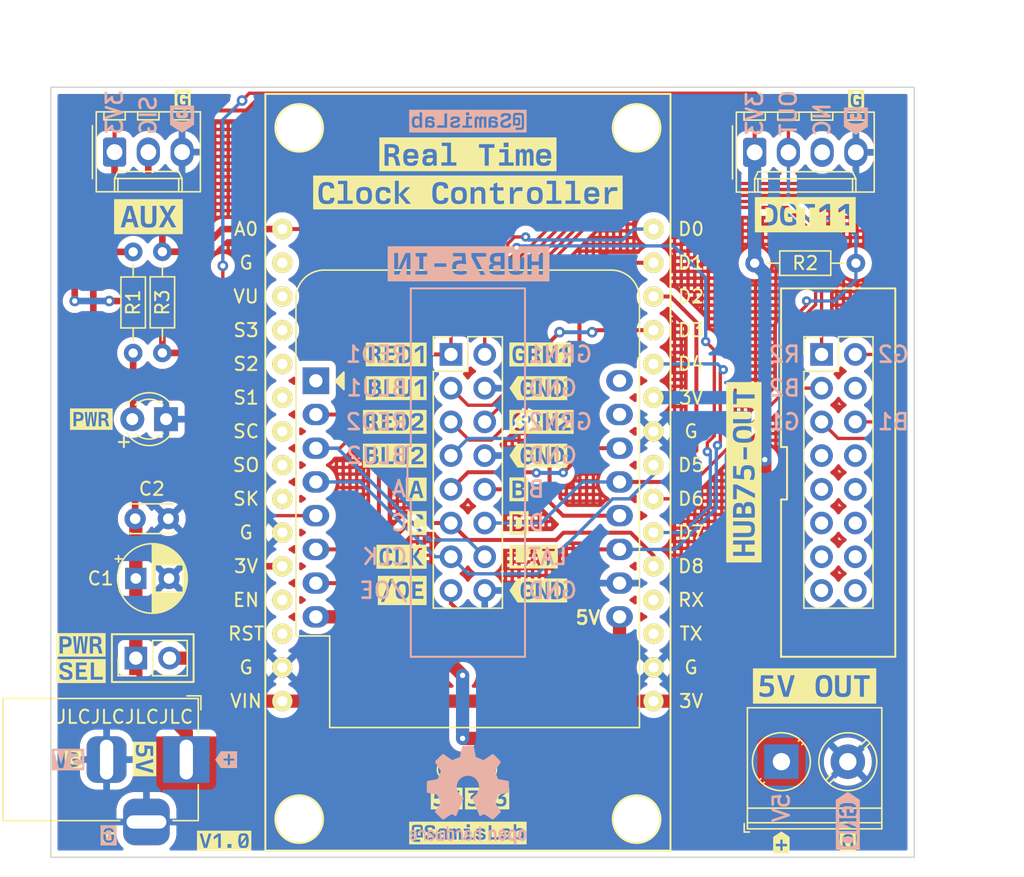
<source format=kicad_pcb>
(kicad_pcb (version 20211014) (generator pcbnew)
  (layers (0 "F.Cu" signal) (31 "B.Cu" power) (34 "B.Paste" user) (35 "F.Paste" user) (36 "B.SilkS" user "B.Silkscreen") (37 "F.SilkS" user "F.Silkscreen") (38 "B.Mask" user) (39 "F.Mask" user) (44 "Edge.Cuts" user))
  (net 0 "")
  (net 1 "+5V")
  (net 2 "GND")
  (net 3 "Net-(D1-Pad2)")
  (net 4 "/RED1")
  (net 5 "/GREEN1")
  (net 6 "/BLUE1")
  (net 7 "/RED2")
  (net 8 "/GREEN2")
  (net 9 "/BLUE2")
  (net 10 "/A")
  (net 11 "/B")
  (net 12 "/C")
  (net 13 "/D")
  (net 14 "/CLK")
  (net 15 "/LATCH")
  (net 16 "/OE")
  (net 28 "+3V3")
  (net 29 "/SIG")
  (net 30 "VCC")
  (net 31 "/DHT_IO")
  (footprint "ESP8266:NodeMCU-LoLinV3" (layer "F.Cu") (at 61 143)
    (fp_text reference "U1")
    (fp_text value "NodeMCU_1.0_(ESP-12E)")
    (fp_text user "S2" (at -16.7 -10.16) (layer "F.SilkS"))
    (fp_text user "D2" (at 16.8 -15.24) (layer "F.SilkS"))
    (fp_text user "D4" (at 16.8 -10.16) (layer "F.SilkS"))
    (fp_text user "G" (at -16.7 2.54) (layer "F.SilkS"))
    (fp_text user "D0" (at 16.8 -20.32) (layer "F.SilkS"))
    (fp_text user "S1" (at -16.7 -7.62) (layer "F.SilkS"))
    (fp_text user "RX" (at 16.8 7.62) (layer "F.SilkS"))
    (fp_text user "VIN" (at -16.7 15.24) (layer "F.SilkS"))
    (fp_text user "D5" (at 16.8 -2.54) (layer "F.SilkS"))
    (fp_text user "D1" (at 16.8 -17.78) (layer "F.SilkS"))
    (fp_text user "G" (at -16.7 -17.78) (layer "F.SilkS"))
    (fp_text user "G" (at -16.7 12.7) (layer "F.SilkS"))
    (fp_text user "A0" (at -16.7 -20.32) (layer "F.SilkS"))
    (fp_text user "SK" (at -16.7 0) (layer "F.SilkS"))
    (fp_text user "TX" (at 16.8 10.16) (layer "F.SilkS"))
    (fp_text user "3V" (at -16.7 5.08) (layer "F.SilkS"))
    (fp_text user "D3" (at 16.8 -12.7) (layer "F.SilkS"))
    (fp_text user "D7" (at 16.8 2.54) (layer "F.SilkS"))
    (fp_text user "3V" (at 16.8 -7.62) (layer "F.SilkS"))
    (fp_text user "SO" (at -16.7 -2.54) (layer "F.SilkS"))
    (fp_text user "G" (at 16.8 -5.08) (layer "F.SilkS"))
    (fp_text user "D6" (at 16.8 0) (layer "F.SilkS"))
    (fp_text user "EN" (at -16.7 7.62) (layer "F.SilkS"))
    (fp_text user "3V" (at 16.8 15.24) (layer "F.SilkS"))
    (fp_text user "SC" (at -16.7 -5.08) (layer "F.SilkS"))
    (fp_text user "RST" (at -16.7 10.16) (layer "F.SilkS"))
    (fp_text user "D8" (at 16.8 5.08) (layer "F.SilkS"))
    (fp_text user "G" (at 16.8 12.7) (layer "F.SilkS"))
    (fp_text user "VU" (at -16.7 -15.24) (layer "F.SilkS"))
    (fp_text user "S3" (at -16.7 -12.7) (layer "F.SilkS"))
    (pad "1" thru_hole circle locked (at -13.97 -20.32) (size 1.524 1.524) (drill 0.762) (layers *.Cu *.Mask "F.SilkS") (net 29 "/SIG"))
    (pad "2" thru_hole circle locked (at -13.97 -17.78) (size 1.524 1.524) (drill 0.762) (layers *.Cu *.Mask "F.SilkS"))
    (pad "3" thru_hole circle locked (at -13.97 -15.24) (size 1.524 1.524) (drill 0.762) (layers *.Cu *.Mask "F.SilkS"))
    (pad "4" thru_hole circle locked (at -13.97 -12.7) (size 1.524 1.524) (drill 0.762) (layers *.Cu *.Mask "F.SilkS"))
    (pad "5" thru_hole circle locked (at -13.97 -10.16) (size 1.524 1.524) (drill 0.762) (layers *.Cu *.Mask "F.SilkS"))
    (pad "6" thru_hole circle locked (at -13.97 -7.62) (size 1.524 1.524) (drill 0.762) (layers *.Cu *.Mask "F.SilkS"))
    (pad "7" thru_hole circle locked (at -13.97 -5.08) (size 1.524 1.524) (drill 0.762) (layers *.Cu *.Mask "F.SilkS"))
    (pad "8" thru_hole circle locked (at -13.97 -2.54) (size 1.524 1.524) (drill 0.762) (layers *.Cu *.Mask "F.SilkS"))
    (pad "9" thru_hole circle locked (at -13.97 0) (size 1.524 1.524) (drill 0.762) (layers *.Cu *.Mask "F.SilkS"))
    (pad "10" thru_hole circle locked (at -13.97 2.54) (size 1.524 1.524) (drill 0.762) (layers *.Cu *.Mask "F.SilkS") (net 2 "GND"))
    (pad "11" thru_hole circle locked (at -13.97 5.08) (size 1.524 1.524) (drill 0.762) (layers *.Cu *.Mask "F.SilkS") (net 28 "+3V3"))
    (pad "12" thru_hole circle locked (at -13.97 7.62) (size 1.524 1.524) (drill 0.762) (layers *.Cu *.Mask "F.SilkS"))
    (pad "13" thru_hole circle locked (at -13.97 10.16) (size 1.524 1.524) (drill 0.762) (layers *.Cu *.Mask "F.SilkS"))
    (pad "14" thru_hole circle locked (at -13.97 12.7) (size 1.524 1.524) (drill 0.762) (layers *.Cu *.Mask "F.SilkS") (net 2 "GND"))
    (pad "15" thru_hole circle locked (at -13.97 15.24) (size 1.524 1.524) (drill 0.762) (layers *.Cu *.Mask "F.SilkS") (net 30 "VCC"))
    (pad "16" thru_hole circle locked (at 13.97 15.24) (size 1.524 1.524) (drill 0.762) (layers *.Cu *.Mask "F.SilkS") (net 28 "+3V3"))
    (pad "17" thru_hole circle locked (at 13.97 12.7) (size 1.524 1.524) (drill 0.762) (layers *.Cu *.Mask "F.SilkS") (net 2 "GND"))
    (pad "18" thru_hole circle locked (at 13.97 10.16) (size 1.524 1.524) (drill 0.762) (layers *.Cu *.Mask "F.SilkS"))
    (pad "19" thru_hole circle locked (at 13.97 7.62) (size 1.524 1.524) (drill 0.762) (layers *.Cu *.Mask "F.SilkS"))
    (pad "20" thru_hole circle locked (at 13.97 5.08) (size 1.524 1.524) (drill 0.762) (layers *.Cu *.Mask "F.SilkS") (net 12 "/C"))
    (pad "21" thru_hole circle locked (at 13.97 2.54) (size 1.524 1.524) (drill 0.762) (layers *.Cu *.Mask "F.SilkS") (net 4 "/RED1"))
    (pad "22" thru_hole circle locked (at 13.97 0) (size 1.524 1.524) (drill 0.762) (layers *.Cu *.Mask "F.SilkS") (net 31 "/DHT_IO"))
    (pad "23" thru_hole circle locked (at 13.97 -2.54) (size 1.524 1.524) (drill 0.762) (layers *.Cu *.Mask "F.SilkS") (net 14 "/CLK"))
    (pad "24" thru_hole circle locked (at 13.97 -5.08) (size 1.524 1.524) (drill 0.762) (layers *.Cu *.Mask "F.SilkS") (net 2 "GND"))
    (pad "25" thru_hole circle locked (at 13.97 -7.62) (size 1.524 1.524) (drill 0.762) (layers *.Cu *.Mask "F.SilkS") (net 28 "+3V3"))
    (pad "26" thru_hole circle locked (at 13.97 -10.16) (size 1.524 1.524) (drill 0.762) (layers *.Cu *.Mask "F.SilkS") (net 16 "/OE"))
    (pad "27" thru_hole circle locked (at 13.97 -12.7) (size 1.524 1.524) (drill 0.762) (layers *.Cu *.Mask "F.SilkS") (net 11 "/B"))
    (pad "28" thru_hole circle locked (at 13.97 -15.24) (size 1.524 1.524) (drill 0.762) (layers *.Cu *.Mask "F.SilkS") (net 13 "/D"))
    (pad "29" thru_hole circle locked (at 13.97 -17.78) (size 1.524 1.524) (drill 0.762) (layers *.Cu *.Mask "F.SilkS") (net 10 "/A"))
    (pad "30" thru_hole circle locked (at 13.97 -20.32) (size 1.524 1.524) (drill 0.762) (layers *.Cu *.Mask "F.SilkS") (net 15 "/LATCH"))
  )
  (footprint "kibuzzard-6514EFEE" (layer "F.Cu") (at 31.25 162.6425)
    (fp_text reference "kibuzzard-6514EFEE" hide)
    (fp_text value "G***" hide)
  )
  (footprint "kibuzzard-67C66B4C" (layer "F.Cu") (at 56.001955 147.365)
    (fp_text reference "kibuzzard-67C66B4C" hide)
    (fp_text value "G***" hide)
  )
  (footprint "kibuzzard-67C66B36" (layer "F.Cu") (at 57.111618 142.285)
    (fp_text reference "kibuzzard-67C66B36" hide)
    (fp_text value "G***" hide)
  )
  (footprint "Connector_Molex:Molex_KK-254_AE-6410-04A_1x04_P2.54mm_Vertical" (layer "F.Cu") (at 82.5875 116.9025)
    (fp_text reference "U3")
    (fp_text value "DHT11")
    (pad "1" thru_hole roundrect (at 0 0) (size 1.74 2.19) (drill 1.19) (layers *.Cu *.Mask) (roundrect_rratio 0.1436781609) (net 28 "+3V3"))
    (pad "2" thru_hole oval (at 2.54 0) (size 1.74 2.19) (drill 1.19) (layers *.Cu *.Mask) (net 31 "/DHT_IO"))
    (pad "3" thru_hole oval (at 5.08 0) (size 1.74 2.19) (drill 1.19) (layers *.Cu *.Mask))
    (pad "4" thru_hole oval (at 7.62 0) (size 1.74 2.19) (drill 1.19) (layers *.Cu *.Mask) (net 2 "GND"))
  )
  (footprint "kibuzzard-67C66B74" (layer "F.Cu") (at 56.054343 149.905)
    (fp_text reference "kibuzzard-67C66B74" hide)
    (fp_text value "G***" hide)
  )
  (footprint "Module:WEMOS_D1_mini_light" (layer "F.Cu") (at 49.555 134.11)
    (fp_text reference "U2")
    (fp_text value "WeMos_D1_mini")
    (pad "1" thru_hole rect locked (at 0 0) (size 2 2) (drill 1) (layers *.Cu *.Mask))
    (pad "2" thru_hole oval locked (at 0 2.54) (size 2 1.6) (drill 1) (layers *.Cu *.Mask) (net 29 "/SIG"))
    (pad "3" thru_hole oval locked (at 0 5.08) (size 2 1.6) (drill 1) (layers *.Cu *.Mask) (net 15 "/LATCH"))
    (pad "4" thru_hole oval locked (at 0 7.62) (size 2 1.6) (drill 1) (layers *.Cu *.Mask) (net 14 "/CLK"))
    (pad "5" thru_hole oval locked (at 0 10.16) (size 2 1.6) (drill 1) (layers *.Cu *.Mask) (net 31 "/DHT_IO"))
    (pad "6" thru_hole oval locked (at 0 12.7) (size 2 1.6) (drill 1) (layers *.Cu *.Mask) (net 4 "/RED1"))
    (pad "7" thru_hole oval locked (at 0 15.24) (size 2 1.6) (drill 1) (layers *.Cu *.Mask) (net 12 "/C"))
    (pad "8" thru_hole oval locked (at 0 17.78) (size 2 1.6) (drill 1) (layers *.Cu *.Mask) (net 28 "+3V3"))
    (pad "9" thru_hole oval locked (at 22.86 17.78) (size 2 1.6) (drill 1) (layers *.Cu *.Mask) (net 30 "VCC"))
    (pad "10" thru_hole oval locked (at 22.86 15.24) (size 2 1.6) (drill 1) (layers *.Cu *.Mask) (net 2 "GND"))
    (pad "11" thru_hole oval locked (at 22.86 12.7) (size 2 1.6) (drill 1) (layers *.Cu *.Mask) (net 16 "/OE"))
    (pad "12" thru_hole oval locked (at 22.86 10.16) (size 2 1.6) (drill 1) (layers *.Cu *.Mask) (net 11 "/B"))
    (pad "13" thru_hole oval locked (at 22.86 7.62) (size 2 1.6) (drill 1) (layers *.Cu *.Mask) (net 13 "/D"))
    (pad "14" thru_hole oval locked (at 22.86 5.08) (size 2 1.6) (drill 1) (layers *.Cu *.Mask) (net 10 "/A"))
    (pad "15" thru_hole oval locked (at 22.86 2.54) (size 2 1.6) (drill 1) (layers *.Cu *.Mask))
    (pad "16" thru_hole oval locked (at 22.86 0) (size 2 1.6) (drill 1) (layers *.Cu *.Mask))
  )
  (footprint "Connector_Molex:Molex_KK-254_AE-6410-03A_1x03_P2.54mm_Vertical" (layer "F.Cu") (at 34.4 116.8825)
    (fp_text reference "J5")
    (fp_text value "AUX")
    (pad "1" thru_hole roundrect (at 0 0) (size 1.74 2.19) (drill 1.19) (layers *.Cu *.Mask) (roundrect_rratio 0.1436781609) (net 28 "+3V3"))
    (pad "2" thru_hole oval (at 2.54 0) (size 1.74 2.19) (drill 1.19) (layers *.Cu *.Mask) (net 29 "/SIG"))
    (pad "3" thru_hole oval (at 5.08 0) (size 1.74 2.19) (drill 1.19) (layers *.Cu *.Mask) (net 2 "GND"))
  )
  (footprint "kibuzzard-67C66FDB" (layer "F.Cu") (at 66.3 139.745)
    (fp_text reference "kibuzzard-67C66FDB" hide)
    (fp_text value "G***" hide)
  )
  (footprint "kibuzzard-67C642C7" (layer "F.Cu") (at 59.4 165.575)
    (fp_text reference "kibuzzard-67C642C7" hide)
    (fp_text value "G***" hide)
  )
  (footprint "MountingHole:MountingHole_2.5mm" (layer "F.Cu") (at 48.3 115.05)
    (fp_text reference "H3")
    (fp_text value "MountingHole")
    (pad "" np_thru_hole circle (at 0 0) (size 2.5 2.5) (drill 2.5) (layers *.Cu *.Mask))
  )
  (footprint "Connector_BarrelJack:BarrelJack_Horizontal" (layer "F.Cu") (at 39.8 162.6425)
    (fp_text reference "J1")
    (fp_text value "DC_Jack")
    (pad "1" thru_hole rect (at 0 0) (size 3.5 3.5) (drill oval 1 3) (layers *.Cu *.Mask) (net 1 "+5V"))
    (pad "2" thru_hole roundrect (at -6 0) (size 3 3.5) (drill oval 1 3) (layers *.Cu *.Mask) (net 2 "GND"))
    (pad "3" thru_hole roundrect (at -3 4.7) (size 3.5 3.5) (drill oval 3 1) (layers *.Cu *.Mask) (net 2 "GND"))
  )
  (footprint "kibuzzard-67C684FA" (layer "F.Cu") (at 31.875 154)
    (fp_text reference "kibuzzard-67C684FA" hide)
    (fp_text value "G***" hide)
  )
  (footprint "TestPoint:TestPoint_Pad_D1.0mm" (layer "F.Cu") (at 62.45 163.4)
    (fp_text reference "TP2")
    (fp_text value "+3v3")
    (pad "1" smd circle (at 0 0) (size 1 1) (layers "F.Cu" "F.Mask") (net 28 "+3V3"))
  )
  (footprint "kibuzzard-67C66FDB" (layer "F.Cu") (at 66.3 134.665)
    (fp_text reference "kibuzzard-67C66FDB" hide)
    (fp_text value "G***" hide)
  )
  (footprint "kibuzzard-67C685CE" (layer "F.Cu") (at 31.875 155.975)
    (fp_text reference "kibuzzard-67C685CE" hide)
    (fp_text value "G***" hide)
  )
  (footprint "kibuzzard-67C66F98" (layer "F.Cu") (at 66.543522 137.205)
    (fp_text reference "kibuzzard-67C66F98" hide)
    (fp_text value "G***" hide)
  )
  (footprint "kibuzzard-67C67223" (layer "F.Cu") (at 39.525 112.925)
    (fp_text reference "kibuzzard-67C67223" hide)
    (fp_text value "G***" hide)
  )
  (footprint "MountingHole:MountingHole_2.5mm" (layer "F.Cu") (at 73.7 167.15)
    (fp_text reference "H2")
    (fp_text value "MountingHole")
    (pad "" np_thru_hole circle (at 0 0) (size 2.5 2.5) (drill 2.5) (layers *.Cu *.Mask))
  )
  (footprint "kibuzzard-67C67223" (layer "F.Cu") (at 90.225 112.95)
    (fp_text reference "kibuzzard-67C67223" hide)
    (fp_text value "G***" hide)
  )
  (footprint "kibuzzard-6514EFEE" (layer "F.Cu") (at 89.6 168.80859)
    (fp_text reference "kibuzzard-6514EFEE" hide)
    (fp_text value "G***" hide)
  )
  (footprint "kibuzzard-67C66B28" (layer "F.Cu") (at 55.492368 139.745)
    (fp_text reference "kibuzzard-67C66B28" hide)
    (fp_text value "G***" hide)
  )
  (footprint "kibuzzard-67C67309" (layer "F.Cu") (at 61 168.175)
    (fp_text reference "kibuzzard-67C67309" hide)
    (fp_text value "G***" hide)
  )
  (footprint "kibuzzard-6514EA0E" (layer "F.Cu") (at 84.6 168.875 -90)
    (fp_text reference "kibuzzard-6514EA0E" hide)
    (fp_text value "G***" hide)
  )
  (footprint "TerminalBlock_Phoenix:TerminalBlock_Phoenix_PT-1,5-2-5.0-H_1x02_P5.00mm_Horizontal" (layer "F.Cu") (at 84.6 162.8)
    (fp_text reference "J2")
    (fp_text value "5V_Out")
    (pad "1" thru_hole rect (at 0 0) (size 2.6 2.6) (drill 1.3) (layers *.Cu *.Mask) (net 1 "+5V"))
    (pad "2" thru_hole circle (at 5 0) (size 2.6 2.6) (drill 1.3) (layers *.Cu *.Mask) (net 2 "GND"))
  )
  (footprint "MountingHole:MountingHole_2.5mm" (layer "F.Cu") (at 48.3 167.15)
    (fp_text reference "H1")
    (fp_text value "MountingHole")
    (pad "" np_thru_hole circle (at 0 0) (size 2.5 2.5) (drill 2.5) (layers *.Cu *.Mask))
  )
  (footprint "kibuzzard-6514EA0E" (layer "F.Cu") (at 42.8 162.65)
    (fp_text reference "kibuzzard-6514EA0E" hide)
    (fp_text value "G***" hide)
  )
  (footprint "kibuzzard-67C66FBF" (layer "F.Cu") (at 64.845215 144.825)
    (fp_text reference "kibuzzard-67C66FBF" hide)
    (fp_text value "G***" hide)
  )
  (footprint "kibuzzard-67C64864" (layer "F.Cu") (at 32.65 137)
    (fp_text reference "kibuzzard-67C64864" hide)
    (fp_text value "G***" hide)
  )
  (footprint "Capacitor_THT:C_Disc_D3.0mm_W2.0mm_P2.50mm" (layer "F.Cu") (at 35.95 144.5)
    (fp_text reference "C2" (at 1.25 -2.25 180) (layer "F.SilkS"))
    (fp_text value "100nF")
    (pad "1" thru_hole circle (at 0 0) (size 1.6 1.6) (drill 0.8) (layers *.Cu *.Mask) (net 1 "+5V"))
    (pad "2" thru_hole circle (at 2.5 0) (size 1.6 1.6) (drill 0.8) (layers *.Cu *.Mask) (net 2 "GND"))
  )
  (footprint "kibuzzard-67C66B15" (layer "F.Cu") (at 55.495225 137.205)
    (fp_text reference "kibuzzard-67C66B15" hide)
    (fp_text value "G***" hide)
  )
  (footprint "kibuzzard-67C66AAA" (layer "F.Cu") (at 55.6 132.125)
    (fp_text reference "kibuzzard-67C66AAA" hide)
    (fp_text value "G***" hide)
  )
  (footprint "kibuzzard-67C66FC9" (layer "F.Cu") (at 65.945352 147.365)
    (fp_text reference "kibuzzard-67C66FC9" hide)
    (fp_text value "G***" hide)
  )
  (footprint "Capacitor_THT:CP_Radial_D5.0mm_P2.50mm" (layer "F.Cu") (at 36 149)
    (fp_text reference "C1" (at -2.65 0 180) (layer "F.SilkS"))
    (fp_text value "10uF")
    (pad "1" thru_hole rect (at 0 0) (size 1.6 1.6) (drill 0.8) (layers *.Cu *.Mask) (net 1 "+5V"))
    (pad "2" thru_hole circle (at 2.5 0) (size 1.6 1.6) (drill 0.8) (layers *.Cu *.Mask) (net 2 "GND"))
  )
  (footprint "kibuzzard-67C66FB5" (layer "F.Cu") (at 64.83188 142.285)
    (fp_text reference "kibuzzard-67C66FB5" hide)
    (fp_text value "G***" hide)
  )
  (footprint "kibuzzard-67C67064" (layer "F.Cu") (at 81.775 141 90)
    (fp_text reference "kibuzzard-67C67064" hide)
    (fp_text value "G***" hide)
  )
  (footprint "kibuzzard-67C66F80" (layer "F.Cu") (at 66.438747 132.125)
    (fp_text reference "kibuzzard-67C66F80" hide)
    (fp_text value "G***" hide)
  )
  (footprint "kibuzzard-67C67BB4" (layer "F.Cu") (at 61 119.925)
    (fp_text reference "kibuzzard-67C67BB4" hide)
    (fp_text value "G***" hide)
  )
  (footprint "kibuzzard-67C643A6" (layer "F.Cu") (at 87.1 157.1)
    (fp_text reference "kibuzzard-67C643A6" hide)
    (fp_text value "G***" hide)
  )
  (footprint "kibuzzard-67C66B42" (layer "F.Cu") (at 57.168768 144.825)
    (fp_text reference "kibuzzard-67C66B42" hide)
    (fp_text value "G***" hide)
  )
  (footprint "Connector_PinHeader_2.54mm:PinHeader_2x08_P2.54mm_Vertical" (layer "F.Cu") (at 59.725 132.125)
    (fp_text reference "J3")
    (fp_text value "Input")
    (pad "1" thru_hole rect locked (at 0 0) (size 1.7 1.7) (drill 1) (layers *.Cu *.Mask) (net 4 "/RED1"))
    (pad "2" thru_hole oval locked (at 2.54 0) (size 1.7 1.7) (drill 1) (layers *.Cu *.Mask) (net 5 "/GREEN1"))
    (pad "3" thru_hole oval locked (at 0 2.54) (size 1.7 1.7) (drill 1) (layers *.Cu *.Mask) (net 6 "/BLUE1"))
    (pad "4" thru_hole oval locked (at 2.54 2.54) (size 1.7 1.7) (drill 1) (layers *.Cu *.Mask) (net 2 "GND"))
    (pad "5" thru_hole oval locked (at 0 5.08) (size 1.7 1.7) (drill 1) (layers *.Cu *.Mask) (net 7 "/RED2"))
    (pad "6" thru_hole oval locked (at 2.54 5.08) (size 1.7 1.7) (drill 1) (layers *.Cu *.Mask) (net 8 "/GREEN2"))
    (pad "7" thru_hole oval locked (at 0 7.62) (size 1.7 1.7) (drill 1) (layers *.Cu *.Mask) (net 9 "/BLUE2"))
    (pad "8" thru_hole oval locked (at 2.54 7.62) (size 1.7 1.7) (drill 1) (layers *.Cu *.Mask) (net 2 "GND"))
    (pad "9" thru_hole oval locked (at 0 10.16) (size 1.7 1.7) (drill 1) (layers *.Cu *.Mask) (net 10 "/A"))
    (pad "10" thru_hole oval locked (at 2.54 10.16) (size 1.7 1.7) (drill 1) (layers *.Cu *.Mask) (net 11 "/B"))
    (pad "11" thru_hole oval locked (at 0 12.7) (size 1.7 1.7) (drill 1) (layers *.Cu *.Mask) (net 12 "/C"))
    (pad "12" thru_hole oval locked (at 2.54 12.7) (size 1.7 1.7) (drill 1) (layers *.Cu *.Mask) (net 13 "/D"))
    (pad "13" thru_hole oval locked (at 0 15.24) (size 1.7 1.7) (drill 1) (layers *.Cu *.Mask) (net 14 "/CLK"))
    (pad "14" thru_hole oval locked (at 2.54 15.24) (size 1.7 1.7) (drill 1) (layers *.Cu *.Mask) (net 15 "/LATCH"))
    (pad "15" thru_hole oval locked (at 0 17.78) (size 1.7 1.7) (drill 1) (layers *.Cu *.Mask) (net 16 "/OE"))
    (pad "16" thru_hole oval locked (at 2.54 17.78) (size 1.7 1.7) (drill 1) (layers *.Cu *.Mask) (net 2 "GND"))
  )
  (footprint "kibuzzard-6514EFEE" (layer "F.Cu") (at 33.95 168.35)
    (fp_text reference "kibuzzard-6514EFEE" hide)
    (fp_text value "G***" hide)
  )
  (footprint "Connector_PinHeader_2.54mm:PinHeader_1x02_P2.54mm_Vertical" (layer "F.Cu") (at 36 155 90)
    (fp_text reference "JP1")
    (fp_text value "USB_PWR")
    (pad "1" thru_hole rect (at 0 0 90) (size 1.7 1.7) (drill 1) (layers *.Cu *.Mask) (net 1 "+5V"))
    (pad "2" thru_hole oval (at 0 2.54 90) (size 1.7 1.7) (drill 1) (layers *.Cu *.Mask) (net 30 "VCC"))
  )
  (footprint "TestPoint:TestPoint_Pad_D1.0mm" (layer "F.Cu") (at 59.4 163.4)
    (fp_text reference "TP1")
    (fp_text value "+5v")
    (pad "1" smd circle (at 0 0) (size 1 1) (layers "F.Cu" "F.Mask") (net 1 "+5V"))
  )
  (footprint "kibuzzard-67C66FDB" (layer "F.Cu") (at 66.3 149.905)
    (fp_text reference "kibuzzard-67C66FDB" hide)
    (fp_text value "G***" hide)
  )
  (footprint "kibuzzard-67C67BA5" (layer "F.Cu") (at 61 117.05)
    (fp_text reference "kibuzzard-67C67BA5" hide)
    (fp_text value "G***" hide)
  )
  (footprint "Resistor_THT:R_Axial_DIN0204_L3.6mm_D1.6mm_P7.62mm_Horizontal" (layer "F.Cu") (at 82.5875 125.25)
    (fp_text reference "R2" (at 3.81 0) (layer "F.SilkS"))
    (fp_text value "10K")
    (pad "1" thru_hole circle (at 0 0) (size 1.4 1.4) (drill 0.7) (layers *.Cu *.Mask) (net 28 "+3V3"))
    (pad "2" thru_hole oval (at 7.62 0) (size 1.4 1.4) (drill 0.7) (layers *.Cu *.Mask) (net 31 "/DHT_IO"))
  )
  (footprint "kibuzzard-67C6470C" (layer "F.Cu") (at 86.3975 121.6)
    (fp_text reference "kibuzzard-67C6470C" hide)
    (fp_text value "G***" hide)
  )
  (footprint "MountingHole:MountingHole_2.5mm" (layer "F.Cu") (at 73.7 115.05)
    (fp_text reference "H4")
    (fp_text value "MountingHole")
    (pad "" np_thru_hole circle (at 0 0) (size 2.5 2.5) (drill 2.5) (layers *.Cu *.Mask))
  )
  (footprint "Resistor_THT:R_Axial_DIN0204_L3.6mm_D1.6mm_P7.62mm_Horizontal" (layer "F.Cu") (at 38 132.01 90)
    (fp_text reference "R3" (at 3.8 0 90) (layer "F.SilkS"))
    (fp_text value "4k7")
    (pad "1" thru_hole circle (at 0 0 90) (size 1.4 1.4) (drill 0.7) (layers *.Cu *.Mask) (net 28 "+3V3"))
    (pad "2" thru_hole oval (at 7.62 0 90) (size 1.4 1.4) (drill 0.7) (layers *.Cu *.Mask) (net 29 "/SIG"))
  )
  (footprint "LED_THT:LED_D3.0mm" (layer "F.Cu") (at 38.275 137 180)
    (fp_text reference "D1")
    (fp_text value "LED_Small")
    (pad "1" thru_hole rect (at 0 0 180) (size 1.8 1.8) (drill 0.9) (layers *.Cu *.Mask) (net 2 "GND"))
    (pad "2" thru_hole circle (at 2.54 0 180) (size 1.8 1.8) (drill 0.9) (layers *.Cu *.Mask) (net 3 "Net-(D1-Pad2)"))
  )
  (footprint "Resistor_THT:R_Axial_DIN0204_L3.6mm_D1.6mm_P7.62mm_Horizontal" (layer "F.Cu") (at 35.8 124.4 -90)
    (fp_text reference "R1" (at 3.81 0 90) (layer "F.SilkS"))
    (fp_text value "R_Small")
    (pad "1" thru_hole circle (at 0 0 270) (size 1.4 1.4) (drill 0.7) (layers *.Cu *.Mask) (net 1 "+5V"))
    (pad "2" thru_hole oval (at 7.62 0 270) (size 1.4 1.4) (drill 0.7) (layers *.Cu *.Mask) (net 3 "Net-(D1-Pad2)"))
  )
  (footprint "Connector_PinHeader_2.54mm:PinHeader_2x08_P2.54mm_Vertical" (layer "F.Cu") (at 87.625 132.125)
    (fp_text reference "J4")
    (fp_text value "Output")
    (pad "1" thru_hole rect (at 0 0) (size 1.7 1.7) (drill 1) (layers *.Cu *.Mask) (net 7 "/RED2"))
    (pad "2" thru_hole oval (at 2.54 0) (size 1.7 1.7) (drill 1) (layers *.Cu *.Mask) (net 8 "/GREEN2"))
    (pad "3" thru_hole oval (at 0 2.54) (size 1.7 1.7) (drill 1) (layers *.Cu *.Mask) (net 9 "/BLUE2"))
    (pad "4" thru_hole oval (at 2.54 2.54) (size 1.7 1.7) (drill 1) (layers *.Cu *.Mask))
    (pad "5" thru_hole oval (at 0 5.08) (size 1.7 1.7) (drill 1) (layers *.Cu *.Mask) (net 5 "/GREEN1"))
    (pad "6" thru_hole oval (at 2.54 5.08) (size 1.7 1.7) (drill 1) (layers *.Cu *.Mask) (net 6 "/BLUE1"))
    (pad "7" thru_hole oval (at 0 7.62) (size 1.7 1.7) (drill 1) (layers *.Cu *.Mask))
    (pad "8" thru_hole oval (at 2.54 7.62) (size 1.7 1.7) (drill 1) (layers *.Cu *.Mask))
    (pad "9" thru_hole oval (at 0 10.16) (size 1.7 1.7) (drill 1) (layers *.Cu *.Mask))
    (pad "10" thru_hole oval (at 2.54 10.16) (size 1.7 1.7) (drill 1) (layers *.Cu *.Mask))
    (pad "11" thru_hole oval (at 0 12.7) (size 1.7 1.7) (drill 1) (layers *.Cu *.Mask))
    (pad "12" thru_hole oval (at 2.54 12.7) (size 1.7 1.7) (drill 1) (layers *.Cu *.Mask))
    (pad "13" thru_hole oval (at 0 15.24) (size 1.7 1.7) (drill 1) (layers *.Cu *.Mask))
    (pad "14" thru_hole oval (at 2.54 15.24) (size 1.7 1.7) (drill 1) (layers *.Cu *.Mask))
    (pad "15" thru_hole oval (at 0 17.78) (size 1.7 1.7) (drill 1) (layers *.Cu *.Mask))
    (pad "16" thru_hole oval (at 2.54 17.78) (size 1.7 1.7) (drill 1) (layers *.Cu *.Mask))
  )
  (footprint "kibuzzard-67C648F1" (layer "F.Cu") (at 36.65 162.6 -90)
    (fp_text reference "kibuzzard-67C648F1" hide)
    (fp_text value "G***" hide)
  )
  (footprint "kibuzzard-67C6473C" (layer "F.Cu") (at 62.45 165.575)
    (fp_text reference "kibuzzard-67C6473C" hide)
    (fp_text value "G***" hide)
  )
  (footprint "kibuzzard-67C67345" (layer "F.Cu") (at 42.65 168.75)
    (fp_text reference "kibuzzard-67C67345" hide)
    (fp_text value "G***" hide)
  )
  (footprint "kibuzzard-67C6480D" (layer "F.Cu") (at 36.95 121.75)
    (fp_text reference "kibuzzard-67C6480D" hide)
    (fp_text value "G***" hide)
  )
  (footprint "kibuzzard-67C66AFA" (layer "F.Cu") (at 55.597143 134.665)
    (fp_text reference "kibuzzard-67C66AFA" hide)
    (fp_text value "G***" hide)
  )
  (footprint "kibuzzard-6514EA0E" (layer "B.Cu") (at 42.8 162.6425)
    (fp_text reference "kibuzzard-6514EA0E" hide)
    (fp_text value "G***" hide)
  )
  (footprint "kibuzzard-67C644C4" (layer "B.Cu") (at 90.2075 114.55 90)
    (fp_text reference "kibuzzard-67C644C4" hide)
    (fp_text value "G***" hide)
  )
  (footprint "kibuzzard-67C67309" (layer "B.Cu") (at 61 114.55 180)
    (fp_text reference "kibuzzard-67C67309" hide)
    (fp_text value "G***" hide)
  )
  (footprint "kibuzzard-67C644C4" (layer "B.Cu") (at 39.48 114.4 90)
    (fp_text reference "kibuzzard-67C644C4" hide)
    (fp_text value "G***" hide)
  )
  (footprint "Symbol:OSHW-Logo2_9.8x8mm_SilkScreen" (layer "B.Cu") (at 61 165.325 180)
    (fp_text reference "REF**" hide)
    (fp_text value "OSHW-Logo2_9.8x8mm_SilkScreen" hide)
  )
  (footprint "kibuzzard-67C6875C" (layer "B.Cu") (at 30.9 162.6425 180)
    (fp_text reference "kibuzzard-67C6875C" hide)
    (fp_text value "G***" hide)
  )
  (footprint "kibuzzard-67C664FA" (layer "B.Cu") (at 61.05 125.3 180)
    (fp_text reference "kibuzzard-67C664FA" hide)
    (fp_text value "G***" hide)
  )
  (footprint "kibuzzard-651A1A52" (layer "B.Cu") (at 89.6 167.25 -90)
    (fp_text reference "kibuzzard-651A1A52" hide)
    (fp_text value "G***" hide)
  )
  (footprint "kibuzzard-6514EFEE" (layer "B.Cu") (at 33.95 168.35 180)
    (fp_text reference "kibuzzard-6514EFEE" hide)
    (fp_text value "G***" hide)
  )
  (gr_line (start 65.3 154.9) (end 65.3 127.15) (layer "B.SilkS") (width 0.15))
  (gr_line (start 56.7 154.9) (end 56.7 143) (layer "B.SilkS") (width 0.15))
  (gr_line (start 65.3 154.9) (end 56.7 154.9) (layer "B.SilkS") (width 0.15))
  (gr_line (start 56.7 139.05) (end 56.7 127.15) (layer "B.SilkS") (width 0.15))
  (gr_line (start 56.7 139.05) (end 56.45 139.05) (layer "B.SilkS") (width 0.15))
  (gr_line (start 56.45 143) (end 56.7 143) (layer "B.SilkS") (width 0.15))
  (gr_line (start 56.45 139.05) (end 56.45 143) (layer "B.SilkS") (width 0.15))
  (gr_line (start 56.7 127.15) (end 65.3 127.15) (layer "B.SilkS") (width 0.15))
  (gr_line (start 84.575 139.1) (end 84.575 127.15) (layer "F.SilkS") (width 0.15))
  (gr_line (start 85.025 139.1) (end 85.025 143.05) (layer "F.SilkS") (width 0.15))
  (gr_line (start 84.575 127.15) (end 93.175 127.15) (layer "F.SilkS") (width 0.15))
  (gr_line (start 85.025 139.1) (end 84.575 139.1) (layer "F.SilkS") (width 0.15))
  (gr_line (start 93.175 154.9) (end 93.175 127.15) (layer "F.SilkS") (width 0.15))
  (gr_line (start 84.575 143.05) (end 84.575 154.9) (layer "F.SilkS") (width 0.15))
  (gr_rect (start 34.2 153.2) (end 40.35 156.8) (layer "F.SilkS") (width 0.15) (fill none))
  (gr_line (start 85.025 143.05) (end 84.575 143.05) (layer "F.SilkS") (width 0.15))
  (gr_line (start 93.175 154.9) (end 84.575 154.9) (layer "F.SilkS") (width 0.15))
  (gr_rect (start 29.6 112) (end 94.6 170) (layer "Edge.Cuts") (width 0.1) (fill none))
  (gr_text "LAT" (at 67.007143 147.36) (layer "B.SilkS") (effects (font (size 1.2 1.2) (thickness 0.2)) (justify mirror)))
  (gr_text "RED2" (at 54.121429 137.2) (layer "B.SilkS") (effects (font (size 1.2 1.2) (thickness 0.2)) (justify mirror)))
  (gr_text "R2" (at 84.825 132.125) (layer "B.SilkS") (effects (font (size 1.2 1.2) (thickness 0.2)) (justify mirror)))
  (gr_text "C" (at 55.835715 144.82) (layer "B.SilkS") (effects (font (size 1.2 1.2) (thickness 0.2)) (justify mirror)))
  (gr_text "B2" (at 84.825 134.665) (layer "B.SilkS") (effects (font (size 1.2 1.2) (thickness 0.2)) (justify mirror)))
  (gr_text "SIG" (at 36.94 114.1 90) (layer "B.SilkS") (effects (font (size 1.2 1.2) (thickness 0.2)) (justify mirror)))
  (gr_text "NC" (at 87.6675 114.428572 90) (layer "B.SilkS") (effects (font (size 1.2 1.2) (thickness 0.2)) (justify mirror)))
  (gr_text "GND" (at 67.378571 149.9) (layer "B.SilkS") (effects (font (size 1.2 1.2) (thickness 0.2)) (justify mirror)))
  (gr_text "D" (at 66.15 144.82) (layer "B.SilkS") (effects (font (size 1.2 1.2) (thickness 0.2)) (justify mirror)))
  (gr_text "GND" (at 67.378571 139.74) (layer "B.SilkS") (effects (font (size 1.2 1.2) (thickness 0.2)) (justify mirror)))
  (gr_text "B1" (at 93.025 137.205) (layer "B.SilkS") (effects (font (size 1.2 1.2) (thickness 0.2)) (justify mirror)))
  (gr_text "GND" (at 67.378571 134.66) (layer "B.SilkS") (effects (font (size 1.2 1.2) (thickness 0.2)) (justify mirror)))
  (gr_text "CLK" (at 54.75 147.36) (layer "B.SilkS") (effects (font (size 1.2 1.2) (thickness 0.2)) (justify mirror)))
  (gr_text "GRN2" (at 67.95 137.2) (layer "B.SilkS") (effects (font (size 1.2 1.2) (thickness 0.2)) (justify mirror)))
  (gr_text "G1" (at 84.825 137.205) (layer "B.SilkS") (effects (font (size 1.2 1.2) (thickness 0.2)) (justify mirror)))
  (gr_text "BLU2" (at 54.15 139.74) (layer "B.SilkS") (effects (font (size 1.2 1.2) (thickness 0.2)) (justify mirror)))
  (gr_text "G2" (at 93.025 132.125) (layer "B.SilkS") (effects (font (size 1.2 1.2) (thickness 0.2)) (justify mirror)))
  (gr_text "BLU1" (at 54.15 134.66) (layer "B.SilkS") (effects (font (size 1.2 1.2) (thickness 0.2)) (justify mirror)))
  (gr_text "OUT" (at 85.1275 113.942858 90) (layer "B.SilkS") (effects (font (size 1.2 1.2) (thickness 0.2)) (justify mirror)))
  (gr_text "5V" (at 84.6 166.257982 90) (layer "B.SilkS") (effects (font (size 1.2 1.2) (thickness 0.2)) (justify mirror)))
  (gr_text "A" (at 55.8 142.25) (layer "B.SilkS") (effects (font (size 1.2 1.2) (thickness 0.2)) (justify mirror)))
  (gr_text "3V3" (at 34.4 113.9 90) (layer "B.SilkS") (effects (font (size 1.2 1.2) (thickness 0.2)) (justify mirror)))
  (gr_text "B" (at 66.15 142.28) (layer "B.SilkS") (effects (font (size 1.2 1.2) (thickness 0.2)) (justify mirror)))
  (gr_text "/OE" (at 54.635715 149.9) (layer "B.SilkS") (effects (font (size 1.2 1.2) (thickness 0.2)) (justify mirror)))
  (gr_text "RED1" (at 54.121429 132.12) (layer "B.SilkS") (effects (font (size 1.2 1.2) (thickness 0.2)) (justify mirror)))
  (gr_text "GRN1" (at 67.95 132.12) (layer "B.SilkS") (effects (font (size 1.2 1.2) (thickness 0.2)) (justify mirror)))
  (gr_text "3V3" (at 82.5875 114 90) (layer "B.SilkS") (effects (font (size 1.2 1.2) (thickness 0.2)) (justify mirror)))
  (gr_text "5V" (at 70.03 151.95) (layer "F.SilkS") (effects (font (size 1 1) (thickness 0.2))))
  (gr_text "+" (at 35.1 138.65) (layer "F.SilkS") (effects (font (size 1 1))))
  (gr_text "JLCJLCJLCJLC" (at 35.175 159.425) (layer "F.SilkS") (effects (font (size 1 1))))
  (segment (start 36 144.55) (end 35.95 144.5) (width 1) (layer "F.Cu") (net 1))
  (segment (start 39.8 160.6) (end 39.8 162.6425) (width 1) (layer "F.Cu") (net 1))
  (segment (start 35.95 144.5) (end 35.95 143.05) (width 0.5) (layer "F.Cu") (net 1))
  (segment (start 34.1 124.4) (end 35.8 124.4) (width 0.5) (layer "F.Cu") (net 1))
  (segment (start 36 156.8) (end 39.8 160.6) (width 1) (layer "F.Cu") (net 1))
  (segment (start 36 155) (end 36 156.8) (width 1) (layer "F.Cu") (net 1))
  (segment (start 32.8 125.7) (end 34.1 124.4) (width 0.5) (layer "F.Cu") (net 1))
  (segment (start 35.95 143.05) (end 32.8 139.9) (width 0.5) (layer "F.Cu") (net 1))
  (segment (start 36 149) (end 36 144.55) (width 1) (layer "F.Cu") (net 1))
  (segment (start 36 155) (end 36 149) (width 1) (layer "F.Cu") (net 1))
  (segment (start 32.8 139.9) (end 32.8 125.7) (width 0.5) (layer "F.Cu") (net 1))
  (segment (start 35.8 136.935) (end 35.735 137) (width 0.5) (layer "F.Cu") (net 3))
  (segment (start 35.8 132.02) (end 35.8 136.935) (width 0.5) (layer "F.Cu") (net 3))
  (segment (start 64.669503 124.386995) (end 59.725 129.331498) (width 0.25) (layer "F.Cu") (net 4))
  (segment (start 54.3 134.791854) (end 56.966854 132.125) (width 0.3) (layer "F.Cu") (net 4))
  (segment (start 56.966854 132.125) (end 59.725 132.125) (width 0.3) (layer "F.Cu") (net 4))
  (segment (start 79.55 131.8005) (end 78.8995 131.15) (width 0.25) (layer "F.Cu") (net 4))
  (segment (start 49.555 146.81) (end 52.34 146.81) (width 0.3) (layer "F.Cu") (net 4))
  (segment (start 64.669503 124.069503) (end 64.669503 124.386995) (width 0.25) (layer "F.Cu") (net 4))
  (segment (start 52.34 146.81) (end 54.3 144.85) (width 0.3) (layer "F.Cu") (net 4))
  (segment (start 54.3 144.85) (end 54.3 134.791854) (width 0.3) (layer "F.Cu") (net 4))
  (segment (start 79.0255 138.780662) (end 79.55 138.256162) (width 0.25) (layer "F.Cu") (net 4))
  (segment (start 59.725 129.331498) (end 59.725 132.125) (width 0.25) (layer "F.Cu") (net 4))
  (segment (start 79.0255 139.45) (end 79.0255 138.780662) (width 0.25) (layer "F.Cu") (net 4))
  (segment (start 79.55 138.256162) (end 79.55 131.8005) (width 0.25) (layer "F.Cu") (net 4))
  (via (at 79.0255 139.45) (size 0.7) (drill 0.3) (layers "F.Cu" "B.Cu") (net 4))
  (via (at 64.669503 124.069503) (size 0.7) (drill 0.3) (layers "F.Cu" "B.Cu") (net 4))
  (via (at 78.8995 131.15) (size 0.7) (drill 0.3) (layers "F.Cu" "B.Cu") (net 4))
  (segment (start 79.25 139.6745) (end 79.25 143.513604) (width 0.25) (layer "B.Cu") (net 4))
  (segment (start 64.789006 123.95) (end 76.5 123.95) (width 0.25) (layer "B.Cu") (net 4))
  (segment (start 78.9 131.1495) (end 78.8995 131.15) (width 0.25) (layer "B.Cu") (net 4))
  (segment (start 77.223604 145.54) (end 74.97 145.54) (width 0.25) (layer "B.Cu") (net 4))
  (segment (start 64.669503 124.069503) (end 64.789006 123.95) (width 0.25) (layer "B.Cu") (net 4))
  (segment (start 78.9 126.35) (end 78.9 131.1495) (width 0.25) (layer "B.Cu") (net 4))
  (segment (start 79.0255 139.45) (end 79.25 139.6745) (width 0.25) (layer "B.Cu") (net 4))
  (segment (start 76.5 123.95) (end 78.9 126.35) (width 0.25) (layer "B.Cu") (net 4))
  (segment (start 79.25 143.513604) (end 77.223604 145.54) (width 0.25) (layer "B.Cu") (net 4))
  (segment (start 62.265 132.125) (end 62.265 127.427894) (width 0.25) (layer "F.Cu") (net 5))
  (segment (start 93.475 122.016853) (end 93.475 136.146751) (width 0.25) (layer "F.Cu") (net 5))
  (segment (start 62.265 127.427894) (end 70.442894 119.25) (width 0.25) (layer "F.Cu") (net 5))
  (segment (start 70.442894 119.25) (end 90.708147 119.25) (width 0.25) (layer "F.Cu") (net 5))
  (segment (start 91.171751 138.45) (end 88.87 138.45) (width 0.25) (layer "F.Cu") (net 5))
  (segment (start 93.475 136.146751) (end 91.171751 138.45) (width 0.25) (layer "F.Cu") (net 5))
  (segment (start 90.708147 119.25) (end 93.475 122.016853) (width 0.25) (layer "F.Cu") (net 5))
  (segment (start 88.87 138.45) (end 87.625 137.205) (width 0.25) (layer "F.Cu") (net 5))
  (segment (start 63.975 134.823248) (end 63.975 126.460354) (width 0.25) (layer "F.Cu") (net 6))
  (segment (start 59.725 134.665) (end 61.01 135.95) (width 0.25) (layer "F.Cu") (net 6))
  (segment (start 92.975 122.153249) (end 92.975 136.010355) (width 0.25) (layer "F.Cu") (net 6))
  (segment (start 90.521751 119.7) (end 92.975 122.153249) (width 0.25) (layer "F.Cu") (net 6))
  (segment (start 63.975 126.460354) (end 70.735354 119.7) (width 0.25) (layer "F.Cu") (net 6))
  (segment (start 62.848248 135.95) (end 63.975 134.823248) (width 0.25) (layer "F.Cu") (net 6))
  (segment (start 61.01 135.95) (end 62.848248 135.95) (width 0.25) (layer "F.Cu") (net 6))
  (segment (start 91.780355 137.205) (end 90.165 137.205) (width 0.25) (layer "F.Cu") (net 6))
  (segment (start 92.975 136.010355) (end 91.780355 137.205) (width 0.25) (layer "F.Cu") (net 6))
  (segment (start 70.735354 119.7) (end 90.521751 119.7) (width 0.25) (layer "F.Cu") (net 6))
  (segment (start 71.178858 120.6) (end 85.25 120.6) (width 0.25) (layer "F.Cu") (net 7))
  (segment (start 62.78 138.57) (end 64.925 136.425) (width 0.25) (layer "F.Cu") (net 7))
  (segment (start 61.09 138.57) (end 62.78 138.57) (width 0.25) (layer "F.Cu") (net 7))
  (segment (start 64.925 136.425) (end 64.925 126.853858) (width 0.25) (layer "F.Cu") (net 7))
  (segment (start 87.625 122.975) (end 87.625 132.125) (width 0.25) (layer "F.Cu") (net 7))
  (segment (start 85.25 120.6) (end 87.625 122.975) (width 0.25) (layer "F.Cu") (net 7))
  (segment (start 59.725 137.205) (end 61.09 138.57) (width 0.25) (layer "F.Cu") (net 7))
  (segment (start 64.925 126.853858) (end 71.178858 120.6) (width 0.25) (layer "F.Cu") (net 7))
  (segment (start 62.265 137.205) (end 64.475 134.995) (width 0.25) (layer "F.Cu") (net 8))
  (segment (start 91.675 132.125) (end 90.165 132.125) (width 0.25) (layer "F.Cu") (net 8))
  (segment (start 70.992462 120.15) (end 90.335355 120.15) (width 0.25) (layer "F.Cu") (net 8))
  (segment (start 92.525 122.339645) (end 92.525 131.275) (width 0.25) (layer "F.Cu") (net 8))
  (segment (start 92.525 131.275) (end 91.675 132.125) (width 0.25) (layer "F.Cu") (net 8))
  (segment (start 64.475 126.667462) (end 70.992462 120.15) (width 0.25) (layer "F.Cu") (net 8))
  (segment (start 90.335355 120.15) (end 92.525 122.339645) (width 0.25) (layer "F.Cu") (net 8))
  (segment (start 64.475 134.995) (end 64.475 126.667462) (width 0.25) (layer "F.Cu") (net 8))
  (segment (start 87.175 128.375) (end 85.35 130.2) (width 0.25) (layer "F.Cu") (net 9))
  (segment (start 87.175 123.161396) (end 87.175 128.375) (width 0.25) (layer "F.Cu") (net 9))
  (segment (start 65.362299 137.012299) (end 65.375 136.999598) (width 0.25) (layer "F.Cu") (net 9))
  (segment (start 85.35 134.4) (end 85.475 134.525) (width 0.25) (layer "F.Cu") (net 9))
  (segment (start 87.625 134.665) (end 85.615 134.665) (width 0.25) (layer "F.Cu") (net 9))
  (segment (start 65.375 136.999598) (end 65.375 127.040254) (width 0.25) (layer "F.Cu") (net 9))
  (segment (start 85.063604 121.05) (end 87.175 123.161396) (width 0.25) (layer "F.Cu") (net 9))
  (segment (start 85.35 130.2) (end 85.35 134.4) (width 0.25) (layer "F.Cu") (net 9))
  (segment (start 71.365254 121.05) (end 85.063604 121.05) (width 0.25) (layer "F.Cu") (net 9))
  (segment (start 65.375 127.040254) (end 71.365254 121.05) (width 0.25) (layer "F.Cu") (net 9))
  (segment (start 85.615 134.665) (end 85.35 134.4) (width 0.25) (layer "F.Cu") (net 9))
  (via (at 65.362299 137.012299) (size 0.7) (drill 0.3) (layers "F.Cu" "B.Cu") (net 9))
  (segment (start 65.362299 137.487701) (end 64.4 138.45) (width 0.25) (layer "B.Cu") (net 9))
  (segment (start 64.4 138.45) (end 61.02 138.45) (width 0.25) (layer "B.Cu") (net 9))
  (segment (start 61.02 138.45) (end 59.725 139.745) (width 0.25) (layer "B.Cu") (net 9))
  (segment (start 65.362299 137.012299) (end 65.362299 137.487701) (width 0.25) (layer "B.Cu") (net 9))
  (segment (start 59.725 142.285) (end 61.01 141) (width 0.3) (layer "F.Cu") (net 10))
  (segment (start 69.4 127.5) (end 71.68 125.22) (width 0.3) (layer "F.Cu") (net 10))
  (segment (start 61.01 141) (end 66.1 141) (width 0.3) (layer "F.Cu") (net 10))
  (segment (start 69.4 139.19) (end 72.415 139.19) (width 0.3) (layer "F.Cu") (net 10))
  (segment (start 68.175 141.025) (end 69.4 139.8) (width 0.3) (layer "F.Cu") (net 10))
  (segment (start 69.4 139.8) (end 69.4 127.5) (width 0.3) (layer "F.Cu") (net 10))
  (segment (start 71.68 125.22) (end 74.97 125.22) (width 0.3) (layer "F.Cu") (net 10))
  (segment (start 66.1 141) (end 66.15 141.05) (width 0.3) (layer "F.Cu") (net 10))
  (via (at 66.15 141.05) (size 0.7) (drill 0.3) (layers "F.Cu" "B.Cu") (net 10))
  (via (at 68.175 141.025) (size 0.7) (drill 0.3) (layers "F.Cu" "B.Cu") (net 10))
  (segment (start 68.15 141.05) (end 68.175 141.025) (width 0.3) (layer "B.Cu") (net 10))
  (segment (start 66.15 141.05) (end 68.15 141.05) (width 0.3) (layer "B.Cu") (net 10))
  (segment (start 67.15 142.2) (end 67.15 131.2) (width 0.3) (layer "F.Cu") (net 11))
  (segment (start 62.265 142.285) (end 67.065 142.285) (width 0.3) (layer "F.Cu") (net 11))
  (segment (start 67.15 131.2) (end 67.9 130.45) (width 0.3) (layer "F.Cu") (net 11))
  (segment (start 70.5 130.3) (end 74.97 130.3) (width 0.3) (layer "F.Cu") (net 11))
  (segment (start 67.15 143.25) (end 68.17 144.27) (width 0.3) (layer "F.Cu") (net 11))
  (segment (start 67.15 142.05) (end 67.15 143.25) (width 0.3) (layer "F.Cu") (net 11))
  (segment (start 68.17 144.27) (end 72.415 144.27) (width 0.3) (layer "F.Cu") (net 11))
  (segment (start 70.35 130.45) (end 70.5 130.3) (width 0.3) (layer "F.Cu") (net 11))
  (segment (start 67.065 142.285) (end 67.15 142.2) (width 0.3) (layer "F.Cu") (net 11))
  (via (at 67.9 130.45) (size 0.8) (drill 0.4) (layers "F.Cu" "B.Cu") (net 11))
  (via (at 70.35 130.45) (size 0.8) (drill 0.4) (layers "F.Cu" "B.Cu") (net 11))
  (segment (start 67.9 130.45) (end 70.35 130.45) (width 0.3) (layer "B.Cu") (net 11))
  (segment (start 73.25 145.55) (end 74.97 147.27) (width 0.3) (layer "F.Cu") (net 12))
  (segment (start 61 146.1) (end 67.65 146.1) (width 0.3) (layer "F.Cu") (net 12))
  (segment (start 59.725 144.825) (end 61 146.1) (width 0.3) (layer "F.Cu") (net 12))
  (segment (start 56.575 144.825) (end 59.725 144.825) (width 0.3) (layer "F.Cu") (net 12))
  (segment (start 68.2 145.55) (end 73.25 145.55) (width 0.3) (layer "F.Cu") (net 12))
  (segment (start 74.97 147.27) (end 74.97 148.08) (width 0.3) (layer "F.Cu") (net 12))
  (segment (start 67.65 146.1) (end 68.2 145.55) (width 0.3) (layer "F.Cu") (net 12))
  (segment (start 52.05 149.35) (end 56.575 144.825) (width 0.3) (layer "F.Cu") (net 12))
  (segment (start 49.555 149.35) (end 52.05 149.35) (width 0.3) (layer "F.Cu") (net 12))
  (segment (start 78.2 129.7) (end 76.26 127.76) (width 0.3) (layer "F.Cu") (net 13))
  (segment (start 75.82 141.73) (end 78.2 139.35) (width 0.3) (layer "F.Cu") (net 13))
  (segment (start 76.26 127.76) (end 74.97 127.76) (width 0.3) (layer "F.Cu") (net 13))
  (segment (start 78.2 139.35) (end 78.2 129.7) (width 0.3) (layer "F.Cu") (net 13))
  (segment (start 72.415 141.73) (end 75.82 141.73) (width 0.3) (layer "F.Cu") (net 13))
  (segment (start 69.62 141.73) (end 66.525 144.825) (width 0.25) (layer "B.Cu") (net 13))
  (segment (start 72.415 141.73) (end 69.62 141.73) (width 0.25) (layer "B.Cu") (net 13))
  (segment (start 66.525 144.825) (end 62.265 144.825) (width 0.25) (layer "B.Cu") (net 13))
  (segment (start 66.24401 148.65) (end 71.89401 143) (width 0.25) (layer "B.Cu") (net 14))
  (segment (start 74.97 141.18) (end 74.97 140.46) (width 0.25) (layer "B.Cu") (net 14))
  (segment (start 61.01 148.65) (end 66.24401 148.65) (width 0.25) (layer "B.Cu") (net 14))
  (segment (start 58.528604 147.365) (end 59.725 147.365) (width 0.25) (layer "B.Cu") (net 14))
  (segment (start 73.15 143) (end 74.97 141.18) (width 0.25) (layer "B.Cu") (net 14))
  (segment (start 49.555 141.73) (end 52.893604 141.73) (width 0.25) (layer "B.Cu") (net 14))
  (segment (start 52.893604 141.73) (end 58.528604 147.365) (width 0.25) (layer "B.Cu") (net 14))
  (segment (start 71.89401 143) (end 73.15 143) (width 0.25) (layer "B.Cu") (net 14))
  (segment (start 59.725 147.365) (end 61.01 148.65) (width 0.25) (layer "B.Cu") (net 14))
  (segment (start 51.36 139.19) (end 49.555 139.19) (width 0.25) (layer "F.Cu") (net 15))
  (segment (start 64.508911 123.2755) (end 63.994503 123.789908) (width 0.25) (layer "F.Cu") (net 15))
  (segment (start 63.994503 124.425599) (end 53.825 134.595102) (width 0.25) (layer "F.Cu") (net 15))
  (segment (start 65.344503 123.2755) (end 64.508911 123.2755) (width 0.25) (layer "F.Cu") (net 15))
  (segment (start 63.994503 123.789908) (end 63.994503 124.425599) (width 0.25) (layer "F.Cu") (net 15))
  (segment (start 53.825 136.725) (end 51.36 139.19) (width 0.25) (layer "F.Cu") (net 15))
  (segment (start 53.825 134.595102) (end 53.825 136.725) (width 0.25) (layer "F.Cu") (net 15))
  (via (at 65.344503 123.2755) (size 0.7) (drill 0.3) (layers "F.Cu" "B.Cu") (net 15))
  (segment (start 51.19 139.19) (end 58.1 146.1) (width 0.25) (layer "B.Cu") (net 15))
  (segment (start 65.344503 123.2755) (end 65.569003 123.5) (width 0.25) (layer "B.Cu") (net 15))
  (segment (start 49.555 139.19) (end 51.19 139.19) (width 0.25) (layer "B.Cu") (net 15))
  (segment (start 72.65 123.5) (end 73.47 122.68) (width 0.25) (layer "B.Cu") (net 15))
  (segment (start 65.569003 123.5) (end 72.65 123.5) (width 0.25) (layer "B.Cu") (net 15))
  (segment (start 61 146.1) (end 62.265 147.365) (width 0.25) (layer "B.Cu") (net 15))
  (segment (start 73.47 122.68) (end 74.97 122.68) (width 0.25) (layer "B.Cu") (net 15))
  (segment (start 58.1 146.1) (end 61 146.1) (width 0.25) (layer "B.Cu") (net 15))
  (segment (start 80 133.4995) (end 80 138.760757) (width 0.25) (layer "F.Cu") (net 16))
  (segment (start 59.725 149.905) (end 59.725 150.875) (width 0.3) (layer "F.Cu") (net 16))
  (segment (start 65.2 151.95) (end 70.34 146.81) (width 0.3) (layer "F.Cu") (net 16))
  (segment (start 80 138.760757) (end 79.787974 138.972783) (width 0.25) (layer "F.Cu") (net 16))
  (segment (start 70.34 146.81) (end 72.415 146.81) (width 0.3) (layer "F.Cu") (net 16))
  (segment (start 80.2245 133.275) (end 80 133.4995) (width 0.25) (layer "F.Cu") (net 16))
  (segment (start 60.8 151.95) (end 65.2 151.95) (width 0.3) (layer "F.Cu") (net 16))
  (segment (start 59.725 150.875) (end 60.8 151.95) (width 0.3) (layer "F.Cu") (net 16))
  (via (at 79.787974 138.972783) (size 0.7) (drill 0.3) (layers "F.Cu" "B.Cu") (net 16))
  (via (at 80.2245 133.275) (size 0.7) (drill 0.3) (layers "F.Cu" "B.Cu") (net 16))
  (segment (start 79.7 143.7) (end 76.59 146.81) (width 0.25) (layer "B.Cu") (net 16))
  (segment (start 76.59 146.81) (end 72.415 146.81) (width 0.25) (layer "B.Cu") (net 16))
  (segment (start 79.7 139.060757) (end 79.7 143.7) (width 0.25) (layer "B.Cu") (net 16))
  (segment (start 79.787974 138.972783) (end 79.7 139.060757) (width 0.25) (layer "B.Cu") (net 16))
  (segment (start 79.7895 132.84) (end 74.97 132.84) (width 0.25) (layer "B.Cu") (net 16))
  (segment (start 80.2245 133.275) (end 79.7895 132.84) (width 0.25) (layer "B.Cu") (net 16))
  (segment (start 69.725 161.05) (end 72.535 158.24) (width 1) (layer "F.Cu") (net 28))
  (segment (start 34.4 120.4) (end 31.4 123.4) (width 0.5) (layer "F.Cu") (net 28))
  (segment (start 41.8 144.6) (end 41.8 133.9) (width 0.5) (layer "F.Cu") (net 28))
  (segment (start 39.91 132.01) (end 38 132.01) (width 0.5) (layer "F.Cu") (net 28))
  (segment (start 83.35 152.6) (end 77.71 158.24) (width 1) (layer "F.Cu") (net 28))
  (segment (start 77.71 158.24) (end 74.97 158.24) (width 1) (layer "F.Cu") (net 28))
  (segment (start 34.4 116.8825) (end 34.4 120.4) (width 0.5) (layer "F.Cu") (net 28))
  (segment (start 35.7 113.75) (end 44.310661 113.75) (width 0.3) (layer "F.Cu") (net 28))
  (segment (start 35.9 128.1) (end 38 130.2) (width 0.5) (layer "F.Cu") (net 28))
  (segment (start 38 130.2) (end 38 132.01) (width 0.5) (layer "F.Cu") (net 28))
  (segment (start 45.28 148.08) (end 41.8 144.6) (width 0.5) (layer "F.Cu") (net 28))
  (segment (start 45.135661 112.925) (end 81.553248 112.925) (width 0.3) (layer "F.Cu") (net 28))
  (segment (start 34 128.1) (end 35.9 128.1) (width 0.5) (layer "F.Cu") (net 28))
  (segment (start 34.4 116.8825) (end 34.4 115.05) (width 0.3) (layer "F.Cu") (net 28))
  (segment (start 56.19 151.89) (end 60.6 156.3) (width 1) (layer "F.Cu") (net 28))
  (segment (start 41.8 133.9) (end 39.91 132.01) (width 0.5) (layer "F.Cu") (net 28))
  (segment (start 62.45 163.4) (end 62.45 161.075) (width 0.25) (layer "F.Cu") (net 28))
  (segment (start 72.535 158.24) (end 74.97 158.24) (width 1) (layer "F.Cu") (net 28))
  (segment (start 47.03 148.08) (end 45.28 148.08) (width 0.5) (layer "F.Cu") (net 28))
  (segment (start 60.6 161.05) (end 62.625 161.05) (width 1) (layer "F.Cu") (net 28))
  (segment (start 34.4 115.05) (end 35.7 113.75) (width 0.3) (layer "F.Cu") (net 28))
  (segment (start 44.310661 113.75) (end 45.135661 112.925) (width 0.3) (layer "F.Cu") (net 28))
  (segment (start 82.5875 113.959252) (end 82.5875 116.9025) (width 0.3) (layer "F.Cu") (net 28))
  (segment (start 49.555 151.89) (end 56.19 151.89) (width 1) (layer "F.Cu") (net 28))
  (segment (start 62.625 161.05) (end 69.725 161.05) (width 1) (layer "F.Cu") (net 28))
  (segment (start 83.35 140.05) (end 83.35 152.6) (width 1) (layer "F.Cu") (net 28))
  (segment (start 31.4 123.4) (end 31.4 128.1) (width 0.5) (layer "F.Cu") (net 28))
  (segment (start 62.6 161.075) (end 62.625 161.05) (width 0.25) (layer "F.Cu") (net 28))
  (segment (start 81.553248 112.925) (end 82.5875 113.959252) (width 0.3) (layer "F.Cu") (net 28))
  (via (at 83.35 140.05) (size 0.8) (drill 0.4) (layers "F.Cu" "B.Cu") (net 28))
  (via (at 34 128.1) (size 0.8) (drill 0.4) (layers "F.Cu" "B.Cu") (net 28))
  (via (at 60.6 156.3) (size 0.8) (drill 0.4) (layers "F.Cu" "B.Cu") (net 28))
  (via (at 31.4 128.1) (size 0.8) (drill 0.4) (layers "F.Cu" "B.Cu") (net 28))
  (via (at 60.6 161.05) (size 0.8) (drill 0.4) (layers "F.Cu" "B.Cu") (net 28))
  (segment (start 60.6 156.3) (end 60.6 161.05) (width 1) (layer "B.Cu") (net 28))
  (segment (start 83.255 135.38) (end 83.35 135.475) (width 1) (layer "B.Cu") (net 28))
  (segment (start 82.5875 116.9025) (end 82.5875 125.25) (width 1) (layer "B.Cu") (net 28))
  (segment (start 74.97 135.38) (end 83.255 135.38) (width 1) (layer "B.Cu") (net 28))
  (segment (start 83.35 135.475) (end 83.35 140.05) (width 1) (layer "B.Cu") (net 28))
  (segment (start 31.4 128.1) (end 34 128.1) (width 0.5) (layer "B.Cu") (net 28))
  (segment (start 82.5875 125.25) (end 83.35 126.0125) (width 1) (layer "B.Cu") (net 28))
  (segment (start 83.35 126.0125) (end 83.35 135.475) (width 1) (layer "B.Cu") (net 28))
  (segment (start 52 136) (end 51.35 136.65) (width 0.3) (layer "F.Cu") (net 29))
  (segment (start 36.94 120.94) (end 38 122) (width 0.5) (layer "F.Cu") (net 29))
  (segment (start 40.81 124.39) (end 42.52 122.68) (width 0.5) (layer "F.Cu") (net 29))
  (segment (start 38 124.39) (end 40.81 124.39) (width 0.5) (layer "F.Cu") (net 29))
  (segment (start 52 125.6) (end 52 136) (width 0.3) (layer "F.Cu") (net 29))
  (segment (start 36.94 116.8825) (end 36.94 120.94) (width 0.5) (layer "F.Cu") (net 29))
  (segment (start 51.35 136.65) (end 49.555 136.65) (width 0.3) (layer "F.Cu") (net 29))
  (segment (start 38 122) (end 38 124.39) (width 0.5) (layer "F.Cu") (net 29))
  (segment (start 42.52 122.68) (end 47.03 122.68) (width 0.5) (layer "F.Cu") (net 29))
  (segment (start 49.08 122.68) (end 52 125.6) (width 0.3) (layer "F.Cu") (net 29))
  (segment (start 47.03 122.68) (end 49.08 122.68) (width 0.3) (layer "F.Cu") (net 29))
  (segment (start 44.94 158.24) (end 47.03 158.24) (width 1) (layer "F.Cu") (net 30))
  (segment (start 68.91 158.24) (end 72.415 154.735) (width 1) (layer "F.Cu") (net 30))
  (segment (start 41.7 155) (end 44.94 158.24) (width 1) (layer "F.Cu") (net 30))
  (segment (start 47.03 158.24) (end 68.91 158.24) (width 1) (layer "F.Cu") (net 30))
  (segment (start 38.54 155) (end 41.7 155) (width 1) (layer "F.Cu") (net 30))
  (segment (start 72.415 154.735) (end 72.415 151.89) (width 1) (layer "F.Cu") (net 30))
  (segment (start 44.55 112.45) (end 82.65 112.45) (width 0.25) (layer "F.Cu") (net 31))
  (segment (start 45.37 144.27) (end 44 142.9) (width 0.25) (layer "F.Cu") (net 31))
  (segment (start 42.55 141.45) (end 42.55 125.45) (width 0.25) (layer "F.Cu") (net 31))
  (segment (start 82.65 112.45) (end 85.1275 114.9275) (width 0.25) (layer "F.Cu") (net 31))
  (segment (start 84.9 130.013604) (end 84.9 134.85) (width 0.25) (layer "F.Cu") (net 31))
  (segment (start 44 113) (end 44.55 112.45) (width 0.25) (layer "F.Cu") (net 31))
  (segment (start 86.498056 128.098056) (end 86.498056 128.415548) (width 0.25) (layer "F.Cu") (net 31))
  (segment (start 49.555 144.27) (end 45.37 144.27) (width 0.25) (layer "F.Cu") (net 31))
  (segment (start 76.75 143) (end 74.97 143) (width 0.25) (layer "F.Cu") (net 31))
  (segment (start 44 142.9) (end 42.55 141.45) (width 0.25) (layer "F.Cu") (net 31))
  (segment (start 85.1275 114.9275) (end 85.1275 116.9025) (width 0.25) (layer "F.Cu") (net 31))
  (segment (start 84.9 134.85) (end 76.75 143) (width 0.25) (layer "F.Cu") (net 31))
  (segment (start 86.498056 128.415548) (end 84.9 130.013604) (width 0.25) (layer "F.Cu") (net 31))
  (via (at 42.55 125.45) (size 0.8) (drill 0.4) (layers "F.Cu" "B.Cu") (net 31))
  (via (at 44 113) (size 0.8) (drill 0.4) (layers "F.Cu" "B.Cu") (net 31))
  (via (at 86.498056 128.098056) (size 0.7) (drill 0.3) (layers "F.Cu" "B.Cu") (net 31))
  (segment (start 85.1275 116.9025) (end 85.1275 120.5275) (width 0.25) (layer "B.Cu") (net 31))
  (segment (start 86.498056 128.098056) (end 88.601944 128.098056) (width 0.25) (layer "B.Cu") (net 31))
  (segment (start 88.95 121.9) (end 90.2075 123.1575) (width 0.25) (layer "B.Cu") (net 31))
  (segment (start 90.2075 126.4925) (end 90.2075 125.25) (width 0.25) (layer "B.Cu") (net 31))
  (segment (start 88.601944 128.098056) (end 90.2075 126.4925) (width 0.25) (layer "B.Cu") (net 31))
  (segment (start 85.1275 120.5275) (end 86.5 121.9) (width 0.25) (layer "B.Cu") (net 31))
  (segment (start 86.5 121.9) (end 88.95 121.9) (width 0.25) (layer "B.Cu") (net 31))
  (segment (start 90.2075 123.1575) (end 90.2075 125.25) (width 0.25) (layer "B.Cu") (net 31))
  (segment (start 42.55 125.45) (end 42.55 114.45) (width 0.25) (layer "B.Cu") (net 31))
  (segment (start 42.55 114.45) (end 44 113) (width 0.25) (layer "B.Cu") (net 31))
  (zone (net 1) (net_name "+5V") (layer "F.Cu") (connect_pads yes (clearance 0.508)) (min_thickness 0.254) (fill yes (thermal_gap 0.508) (thermal_bridge_width 0.508))
    (polygon (pts (xy 94.6 160.9) (xy 94.6 170) (xy 29.6 170) (xy 29.6 160.9)))
  )
  (zone (net 0) (net_name "") (layer "F.Cu") (connect_pads (clearance 0.508)) (min_thickness 0.254) (fill yes (mode hatch) (thermal_gap 0.508) (thermal_bridge_width 0.508) (hatch_thickness 0.254) (hatch_gap 0.254) (hatch_orientation 0) (hatch_border_algorithm hatch_thickness) (hatch_min_hole_area 0.3))
    (polygon (pts (xy 94.6 159.325) (xy 29.6 159.325) (xy 29.6 112) (xy 94.6 112)))
  )
  (zone (net 2) (net_name "GND") (layer "B.Cu") (connect_pads (clearance 0.508)) (min_thickness 0.254) (fill yes (thermal_gap 0.508) (thermal_bridge_width 0.508))
    (polygon (pts (xy 94.6 170) (xy 29.6 170) (xy 29.6 112) (xy 94.6 112)))
  )
)
</source>
